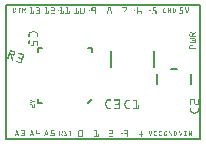
<source format=gto>
G04 MADE WITH FRITZING*
G04 WWW.FRITZING.ORG*
G04 DOUBLE SIDED*
G04 HOLES PLATED*
G04 CONTOUR ON CENTER OF CONTOUR VECTOR*
%ASAXBY*%
%FSLAX23Y23*%
%MOIN*%
%OFA0B0*%
%SFA1.0B1.0*%
%ADD10R,0.655324X0.456693X0.639324X0.440693*%
%ADD11C,0.008000*%
%ADD12C,0.005785*%
%ADD13R,0.001000X0.001000*%
%LNSILK1*%
G90*
G70*
G54D11*
X4Y453D02*
X651Y453D01*
X651Y4D01*
X4Y4D01*
X4Y453D01*
D02*
X620Y223D02*
X620Y189D01*
D02*
X508Y189D02*
X508Y223D01*
D02*
X554Y238D02*
X575Y238D01*
D02*
X355Y246D02*
X355Y297D01*
D02*
X496Y297D02*
X496Y246D01*
G54D12*
D02*
X122Y308D02*
X109Y308D01*
D02*
X109Y295D02*
X109Y308D01*
D02*
X278Y308D02*
X291Y308D01*
D02*
X291Y308D02*
X291Y295D01*
D02*
X109Y138D02*
X109Y125D01*
D02*
X109Y125D02*
X122Y125D01*
D02*
X278Y125D02*
X291Y138D01*
G54D13*
X391Y445D02*
X404Y445D01*
X85Y444D02*
X90Y444D01*
X105Y444D02*
X113Y444D01*
X134Y444D02*
X139Y444D01*
X154Y444D02*
X162Y444D01*
X184Y444D02*
X189Y444D01*
X203Y444D02*
X209Y444D01*
X290Y444D02*
X304Y444D01*
X344Y444D02*
X352Y444D01*
X390Y444D02*
X405Y444D01*
X441Y444D02*
X444Y444D01*
X493Y444D02*
X504Y444D01*
X584Y444D02*
X593Y444D01*
X602Y444D02*
X602Y444D01*
X612Y444D02*
X613Y444D01*
X28Y443D02*
X32Y443D01*
X43Y443D02*
X53Y443D01*
X59Y443D02*
X67Y443D01*
X84Y443D02*
X91Y443D01*
X103Y443D02*
X115Y443D01*
X133Y443D02*
X140Y443D01*
X153Y443D02*
X165Y443D01*
X183Y443D02*
X190Y443D01*
X202Y443D02*
X210Y443D01*
X232Y443D02*
X239Y443D01*
X253Y443D02*
X263Y443D01*
X289Y443D02*
X304Y443D01*
X344Y443D02*
X352Y443D01*
X390Y443D02*
X405Y443D01*
X441Y443D02*
X444Y443D01*
X493Y443D02*
X505Y443D01*
X584Y443D02*
X594Y443D01*
X601Y443D02*
X603Y443D01*
X612Y443D02*
X614Y443D01*
X27Y442D02*
X34Y442D01*
X43Y442D02*
X53Y442D01*
X59Y442D02*
X69Y442D01*
X84Y442D02*
X91Y442D01*
X104Y442D02*
X116Y442D01*
X133Y442D02*
X140Y442D01*
X153Y442D02*
X165Y442D01*
X183Y442D02*
X190Y442D01*
X203Y442D02*
X210Y442D01*
X232Y442D02*
X239Y442D01*
X252Y442D02*
X264Y442D01*
X289Y442D02*
X304Y442D01*
X344Y442D02*
X352Y442D01*
X390Y442D02*
X405Y442D01*
X441Y442D02*
X444Y442D01*
X493Y442D02*
X504Y442D01*
X532Y442D02*
X537Y442D01*
X544Y442D02*
X546Y442D01*
X553Y442D02*
X554Y442D01*
X560Y442D02*
X566Y442D01*
X584Y442D02*
X593Y442D01*
X601Y442D02*
X603Y442D01*
X612Y442D02*
X614Y442D01*
X28Y441D02*
X34Y441D01*
X43Y441D02*
X53Y441D01*
X59Y441D02*
X69Y441D01*
X89Y441D02*
X91Y441D01*
X114Y441D02*
X116Y441D01*
X138Y441D02*
X140Y441D01*
X163Y441D02*
X165Y441D01*
X188Y441D02*
X190Y441D01*
X208Y441D02*
X210Y441D01*
X233Y441D02*
X239Y441D01*
X252Y441D02*
X265Y441D01*
X289Y441D02*
X292Y441D01*
X302Y441D02*
X304Y441D01*
X344Y441D02*
X346Y441D01*
X350Y441D02*
X352Y441D01*
X391Y441D02*
X392Y441D01*
X403Y441D02*
X405Y441D01*
X441Y441D02*
X443Y441D01*
X493Y441D02*
X495Y441D01*
X531Y441D02*
X537Y441D01*
X544Y441D02*
X546Y441D01*
X552Y441D02*
X554Y441D01*
X560Y441D02*
X567Y441D01*
X584Y441D02*
X586Y441D01*
X601Y441D02*
X603Y441D01*
X612Y441D02*
X614Y441D01*
X29Y440D02*
X30Y440D01*
X33Y440D02*
X35Y440D01*
X43Y440D02*
X44Y440D01*
X48Y440D02*
X49Y440D01*
X52Y440D02*
X53Y440D01*
X59Y440D02*
X61Y440D01*
X68Y440D02*
X69Y440D01*
X89Y440D02*
X91Y440D01*
X114Y440D02*
X116Y440D01*
X138Y440D02*
X140Y440D01*
X164Y440D02*
X165Y440D01*
X188Y440D02*
X190Y440D01*
X208Y440D02*
X210Y440D01*
X237Y440D02*
X239Y440D01*
X252Y440D02*
X254Y440D01*
X263Y440D02*
X265Y440D01*
X289Y440D02*
X292Y440D01*
X302Y440D02*
X304Y440D01*
X344Y440D02*
X346Y440D01*
X350Y440D02*
X352Y440D01*
X403Y440D02*
X405Y440D01*
X441Y440D02*
X443Y440D01*
X493Y440D02*
X495Y440D01*
X530Y440D02*
X532Y440D01*
X544Y440D02*
X547Y440D01*
X552Y440D02*
X554Y440D01*
X562Y440D02*
X563Y440D01*
X566Y440D02*
X567Y440D01*
X584Y440D02*
X586Y440D01*
X601Y440D02*
X603Y440D01*
X612Y440D02*
X614Y440D01*
X29Y439D02*
X30Y439D01*
X34Y439D02*
X35Y439D01*
X48Y439D02*
X49Y439D01*
X59Y439D02*
X61Y439D01*
X68Y439D02*
X69Y439D01*
X89Y439D02*
X91Y439D01*
X114Y439D02*
X116Y439D01*
X138Y439D02*
X140Y439D01*
X164Y439D02*
X165Y439D01*
X188Y439D02*
X190Y439D01*
X208Y439D02*
X210Y439D01*
X237Y439D02*
X239Y439D01*
X252Y439D02*
X254Y439D01*
X263Y439D02*
X265Y439D01*
X289Y439D02*
X292Y439D01*
X302Y439D02*
X304Y439D01*
X344Y439D02*
X346Y439D01*
X350Y439D02*
X352Y439D01*
X403Y439D02*
X405Y439D01*
X441Y439D02*
X443Y439D01*
X493Y439D02*
X495Y439D01*
X530Y439D02*
X531Y439D01*
X544Y439D02*
X547Y439D01*
X552Y439D02*
X554Y439D01*
X562Y439D02*
X563Y439D01*
X566Y439D02*
X568Y439D01*
X584Y439D02*
X586Y439D01*
X601Y439D02*
X603Y439D01*
X612Y439D02*
X614Y439D01*
X29Y438D02*
X30Y438D01*
X34Y438D02*
X36Y438D01*
X48Y438D02*
X49Y438D01*
X59Y438D02*
X61Y438D01*
X68Y438D02*
X69Y438D01*
X89Y438D02*
X91Y438D01*
X114Y438D02*
X116Y438D01*
X138Y438D02*
X140Y438D01*
X164Y438D02*
X165Y438D01*
X188Y438D02*
X190Y438D01*
X208Y438D02*
X210Y438D01*
X237Y438D02*
X239Y438D01*
X252Y438D02*
X254Y438D01*
X263Y438D02*
X265Y438D01*
X289Y438D02*
X292Y438D01*
X302Y438D02*
X304Y438D01*
X344Y438D02*
X346Y438D01*
X350Y438D02*
X352Y438D01*
X403Y438D02*
X405Y438D01*
X441Y438D02*
X443Y438D01*
X493Y438D02*
X495Y438D01*
X529Y438D02*
X531Y438D01*
X544Y438D02*
X548Y438D01*
X552Y438D02*
X554Y438D01*
X562Y438D02*
X563Y438D01*
X567Y438D02*
X568Y438D01*
X584Y438D02*
X586Y438D01*
X601Y438D02*
X603Y438D01*
X612Y438D02*
X614Y438D01*
X29Y437D02*
X30Y437D01*
X35Y437D02*
X36Y437D01*
X48Y437D02*
X49Y437D01*
X59Y437D02*
X69Y437D01*
X89Y437D02*
X91Y437D01*
X114Y437D02*
X116Y437D01*
X138Y437D02*
X140Y437D01*
X164Y437D02*
X165Y437D01*
X188Y437D02*
X190Y437D01*
X208Y437D02*
X210Y437D01*
X237Y437D02*
X239Y437D01*
X252Y437D02*
X254Y437D01*
X263Y437D02*
X265Y437D01*
X289Y437D02*
X292Y437D01*
X302Y437D02*
X304Y437D01*
X344Y437D02*
X346Y437D01*
X350Y437D02*
X352Y437D01*
X403Y437D02*
X405Y437D01*
X441Y437D02*
X443Y437D01*
X493Y437D02*
X495Y437D01*
X528Y437D02*
X530Y437D01*
X544Y437D02*
X545Y437D01*
X547Y437D02*
X548Y437D01*
X552Y437D02*
X554Y437D01*
X562Y437D02*
X563Y437D01*
X567Y437D02*
X569Y437D01*
X584Y437D02*
X586Y437D01*
X601Y437D02*
X603Y437D01*
X611Y437D02*
X613Y437D01*
X29Y436D02*
X30Y436D01*
X35Y436D02*
X37Y436D01*
X48Y436D02*
X49Y436D01*
X59Y436D02*
X68Y436D01*
X89Y436D02*
X91Y436D01*
X114Y436D02*
X116Y436D01*
X138Y436D02*
X140Y436D01*
X164Y436D02*
X165Y436D01*
X188Y436D02*
X190Y436D01*
X208Y436D02*
X210Y436D01*
X237Y436D02*
X239Y436D01*
X252Y436D02*
X254Y436D01*
X263Y436D02*
X265Y436D01*
X289Y436D02*
X304Y436D01*
X344Y436D02*
X346Y436D01*
X350Y436D02*
X352Y436D01*
X402Y436D02*
X405Y436D01*
X441Y436D02*
X443Y436D01*
X493Y436D02*
X495Y436D01*
X528Y436D02*
X529Y436D01*
X544Y436D02*
X545Y436D01*
X547Y436D02*
X548Y436D01*
X552Y436D02*
X554Y436D01*
X562Y436D02*
X563Y436D01*
X568Y436D02*
X569Y436D01*
X584Y436D02*
X586Y436D01*
X602Y436D02*
X604Y436D01*
X611Y436D02*
X613Y436D01*
X29Y435D02*
X30Y435D01*
X36Y435D02*
X37Y435D01*
X48Y435D02*
X49Y435D01*
X59Y435D02*
X61Y435D01*
X63Y435D02*
X65Y435D01*
X89Y435D02*
X91Y435D01*
X113Y435D02*
X116Y435D01*
X138Y435D02*
X140Y435D01*
X163Y435D02*
X165Y435D01*
X188Y435D02*
X190Y435D01*
X208Y435D02*
X210Y435D01*
X237Y435D02*
X239Y435D01*
X252Y435D02*
X254Y435D01*
X263Y435D02*
X265Y435D01*
X289Y435D02*
X304Y435D01*
X344Y435D02*
X346Y435D01*
X350Y435D02*
X352Y435D01*
X401Y435D02*
X405Y435D01*
X441Y435D02*
X443Y435D01*
X493Y435D02*
X495Y435D01*
X527Y435D02*
X529Y435D01*
X544Y435D02*
X545Y435D01*
X547Y435D02*
X549Y435D01*
X552Y435D02*
X554Y435D01*
X562Y435D02*
X563Y435D01*
X568Y435D02*
X570Y435D01*
X584Y435D02*
X592Y435D01*
X602Y435D02*
X604Y435D01*
X610Y435D02*
X612Y435D01*
X29Y434D02*
X30Y434D01*
X36Y434D02*
X37Y434D01*
X48Y434D02*
X49Y434D01*
X59Y434D02*
X61Y434D01*
X64Y434D02*
X65Y434D01*
X89Y434D02*
X91Y434D01*
X106Y434D02*
X115Y434D01*
X138Y434D02*
X140Y434D01*
X154Y434D02*
X165Y434D01*
X176Y434D02*
X180Y434D01*
X185Y434D02*
X185Y434D01*
X188Y434D02*
X190Y434D01*
X208Y434D02*
X210Y434D01*
X237Y434D02*
X239Y434D01*
X252Y434D02*
X254Y434D01*
X263Y434D02*
X265Y434D01*
X280Y434D02*
X284Y434D01*
X289Y434D02*
X304Y434D01*
X344Y434D02*
X346Y434D01*
X350Y434D02*
X352Y434D01*
X400Y434D02*
X404Y434D01*
X431Y434D02*
X434Y434D01*
X440Y434D02*
X443Y434D01*
X482Y434D02*
X485Y434D01*
X493Y434D02*
X502Y434D01*
X527Y434D02*
X529Y434D01*
X544Y434D02*
X545Y434D01*
X548Y434D02*
X549Y434D01*
X552Y434D02*
X554Y434D01*
X562Y434D02*
X563Y434D01*
X569Y434D02*
X570Y434D01*
X584Y434D02*
X593Y434D01*
X603Y434D02*
X605Y434D01*
X610Y434D02*
X612Y434D01*
X29Y433D02*
X30Y433D01*
X35Y433D02*
X37Y433D01*
X48Y433D02*
X49Y433D01*
X59Y433D02*
X61Y433D01*
X64Y433D02*
X66Y433D01*
X89Y433D02*
X91Y433D01*
X106Y433D02*
X115Y433D01*
X138Y433D02*
X140Y433D01*
X153Y433D02*
X165Y433D01*
X175Y433D02*
X185Y433D01*
X188Y433D02*
X190Y433D01*
X208Y433D02*
X210Y433D01*
X226Y433D02*
X231Y433D01*
X235Y433D02*
X239Y433D01*
X252Y433D02*
X254Y433D01*
X263Y433D02*
X265Y433D01*
X279Y433D02*
X289Y433D01*
X302Y433D02*
X304Y433D01*
X342Y433D02*
X354Y433D01*
X399Y433D02*
X403Y433D01*
X430Y433D02*
X443Y433D01*
X481Y433D02*
X491Y433D01*
X493Y433D02*
X504Y433D01*
X527Y433D02*
X529Y433D01*
X534Y433D02*
X537Y433D01*
X544Y433D02*
X545Y433D01*
X548Y433D02*
X550Y433D01*
X552Y433D02*
X554Y433D01*
X562Y433D02*
X563Y433D01*
X568Y433D02*
X570Y433D01*
X584Y433D02*
X594Y433D01*
X603Y433D02*
X605Y433D01*
X610Y433D02*
X612Y433D01*
X29Y432D02*
X30Y432D01*
X35Y432D02*
X36Y432D01*
X48Y432D02*
X49Y432D01*
X59Y432D02*
X61Y432D01*
X65Y432D02*
X67Y432D01*
X89Y432D02*
X91Y432D01*
X95Y432D02*
X95Y432D01*
X107Y432D02*
X116Y432D01*
X138Y432D02*
X140Y432D01*
X144Y432D02*
X145Y432D01*
X153Y432D02*
X163Y432D01*
X175Y432D02*
X175Y432D01*
X180Y432D02*
X185Y432D01*
X188Y432D02*
X190Y432D01*
X194Y432D02*
X195Y432D01*
X208Y432D02*
X210Y432D01*
X214Y432D02*
X215Y432D01*
X225Y432D02*
X235Y432D01*
X237Y432D02*
X239Y432D01*
X252Y432D02*
X254Y432D01*
X263Y432D02*
X265Y432D01*
X279Y432D02*
X279Y432D01*
X284Y432D02*
X288Y432D01*
X302Y432D02*
X304Y432D01*
X341Y432D02*
X355Y432D01*
X398Y432D02*
X402Y432D01*
X430Y432D02*
X430Y432D01*
X434Y432D02*
X443Y432D01*
X480Y432D02*
X481Y432D01*
X485Y432D02*
X490Y432D01*
X493Y432D02*
X504Y432D01*
X527Y432D02*
X529Y432D01*
X533Y432D02*
X538Y432D01*
X544Y432D02*
X545Y432D01*
X549Y432D02*
X550Y432D01*
X552Y432D02*
X554Y432D01*
X562Y432D02*
X563Y432D01*
X568Y432D02*
X569Y432D01*
X592Y432D02*
X594Y432D01*
X603Y432D02*
X605Y432D01*
X609Y432D02*
X611Y432D01*
X29Y431D02*
X30Y431D01*
X34Y431D02*
X36Y431D01*
X48Y431D02*
X49Y431D01*
X59Y431D02*
X61Y431D01*
X66Y431D02*
X67Y431D01*
X89Y431D02*
X91Y431D01*
X94Y431D02*
X96Y431D01*
X114Y431D02*
X116Y431D01*
X138Y431D02*
X140Y431D01*
X144Y431D02*
X145Y431D01*
X153Y431D02*
X154Y431D01*
X188Y431D02*
X190Y431D01*
X193Y431D02*
X195Y431D01*
X208Y431D02*
X210Y431D01*
X213Y431D02*
X215Y431D01*
X225Y431D02*
X225Y431D01*
X231Y431D02*
X235Y431D01*
X237Y431D02*
X239Y431D01*
X243Y431D02*
X245Y431D01*
X252Y431D02*
X254Y431D01*
X263Y431D02*
X265Y431D01*
X302Y431D02*
X304Y431D01*
X341Y431D02*
X355Y431D01*
X397Y431D02*
X400Y431D01*
X437Y431D02*
X438Y431D01*
X441Y431D02*
X455Y431D01*
X488Y431D02*
X488Y431D01*
X494Y431D02*
X505Y431D01*
X527Y431D02*
X529Y431D01*
X534Y431D02*
X538Y431D01*
X544Y431D02*
X545Y431D01*
X549Y431D02*
X554Y431D01*
X562Y431D02*
X563Y431D01*
X567Y431D02*
X569Y431D01*
X592Y431D02*
X594Y431D01*
X604Y431D02*
X606Y431D01*
X609Y431D02*
X611Y431D01*
X29Y430D02*
X30Y430D01*
X34Y430D02*
X35Y430D01*
X48Y430D02*
X49Y430D01*
X59Y430D02*
X61Y430D01*
X66Y430D02*
X68Y430D01*
X89Y430D02*
X91Y430D01*
X94Y430D02*
X96Y430D01*
X114Y430D02*
X116Y430D01*
X138Y430D02*
X140Y430D01*
X144Y430D02*
X145Y430D01*
X153Y430D02*
X154Y430D01*
X188Y430D02*
X190Y430D01*
X193Y430D02*
X195Y430D01*
X208Y430D02*
X210Y430D01*
X213Y430D02*
X215Y430D01*
X237Y430D02*
X239Y430D01*
X243Y430D02*
X245Y430D01*
X252Y430D02*
X254Y430D01*
X263Y430D02*
X265Y430D01*
X302Y430D02*
X304Y430D01*
X341Y430D02*
X343Y430D01*
X353Y430D02*
X355Y430D01*
X396Y430D02*
X399Y430D01*
X441Y430D02*
X455Y430D01*
X502Y430D02*
X505Y430D01*
X527Y430D02*
X529Y430D01*
X536Y430D02*
X538Y430D01*
X544Y430D02*
X545Y430D01*
X550Y430D02*
X554Y430D01*
X562Y430D02*
X563Y430D01*
X567Y430D02*
X569Y430D01*
X592Y430D02*
X594Y430D01*
X604Y430D02*
X606Y430D01*
X609Y430D02*
X611Y430D01*
X29Y429D02*
X30Y429D01*
X33Y429D02*
X35Y429D01*
X48Y429D02*
X49Y429D01*
X59Y429D02*
X61Y429D01*
X67Y429D02*
X68Y429D01*
X89Y429D02*
X91Y429D01*
X94Y429D02*
X96Y429D01*
X114Y429D02*
X116Y429D01*
X138Y429D02*
X140Y429D01*
X144Y429D02*
X145Y429D01*
X153Y429D02*
X154Y429D01*
X188Y429D02*
X190Y429D01*
X193Y429D02*
X195Y429D01*
X208Y429D02*
X210Y429D01*
X213Y429D02*
X215Y429D01*
X237Y429D02*
X239Y429D01*
X243Y429D02*
X245Y429D01*
X252Y429D02*
X254Y429D01*
X263Y429D02*
X265Y429D01*
X302Y429D02*
X304Y429D01*
X341Y429D02*
X343Y429D01*
X353Y429D02*
X355Y429D01*
X396Y429D02*
X398Y429D01*
X441Y429D02*
X455Y429D01*
X502Y429D02*
X505Y429D01*
X527Y429D02*
X529Y429D01*
X536Y429D02*
X538Y429D01*
X544Y429D02*
X545Y429D01*
X550Y429D02*
X554Y429D01*
X562Y429D02*
X563Y429D01*
X566Y429D02*
X568Y429D01*
X592Y429D02*
X594Y429D01*
X605Y429D02*
X610Y429D01*
X29Y428D02*
X34Y428D01*
X48Y428D02*
X49Y428D01*
X59Y428D02*
X61Y428D01*
X67Y428D02*
X69Y428D01*
X89Y428D02*
X91Y428D01*
X94Y428D02*
X96Y428D01*
X114Y428D02*
X116Y428D01*
X138Y428D02*
X140Y428D01*
X144Y428D02*
X145Y428D01*
X153Y428D02*
X154Y428D01*
X188Y428D02*
X190Y428D01*
X193Y428D02*
X195Y428D01*
X208Y428D02*
X210Y428D01*
X213Y428D02*
X215Y428D01*
X237Y428D02*
X239Y428D01*
X243Y428D02*
X245Y428D01*
X252Y428D02*
X254Y428D01*
X263Y428D02*
X265Y428D01*
X302Y428D02*
X304Y428D01*
X341Y428D02*
X343Y428D01*
X353Y428D02*
X355Y428D01*
X396Y428D02*
X398Y428D01*
X441Y428D02*
X443Y428D01*
X453Y428D02*
X455Y428D01*
X502Y428D02*
X505Y428D01*
X527Y428D02*
X529Y428D01*
X536Y428D02*
X537Y428D01*
X544Y428D02*
X545Y428D01*
X550Y428D02*
X554Y428D01*
X562Y428D02*
X563Y428D01*
X566Y428D02*
X568Y428D01*
X592Y428D02*
X594Y428D01*
X605Y428D02*
X610Y428D01*
X27Y427D02*
X34Y427D01*
X48Y427D02*
X49Y427D01*
X59Y427D02*
X60Y427D01*
X68Y427D02*
X69Y427D01*
X89Y427D02*
X91Y427D01*
X94Y427D02*
X96Y427D01*
X114Y427D02*
X116Y427D01*
X138Y427D02*
X140Y427D01*
X144Y427D02*
X145Y427D01*
X153Y427D02*
X154Y427D01*
X188Y427D02*
X190Y427D01*
X193Y427D02*
X195Y427D01*
X208Y427D02*
X210Y427D01*
X213Y427D02*
X215Y427D01*
X237Y427D02*
X239Y427D01*
X243Y427D02*
X245Y427D01*
X252Y427D02*
X254Y427D01*
X263Y427D02*
X265Y427D01*
X302Y427D02*
X304Y427D01*
X341Y427D02*
X343Y427D01*
X353Y427D02*
X355Y427D01*
X396Y427D02*
X398Y427D01*
X441Y427D02*
X443Y427D01*
X453Y427D02*
X455Y427D01*
X502Y427D02*
X505Y427D01*
X528Y427D02*
X537Y427D01*
X544Y427D02*
X545Y427D01*
X551Y427D02*
X554Y427D01*
X560Y427D02*
X567Y427D01*
X592Y427D02*
X594Y427D01*
X605Y427D02*
X609Y427D01*
X27Y426D02*
X33Y426D01*
X48Y426D02*
X48Y426D01*
X60Y426D02*
X60Y426D01*
X69Y426D02*
X69Y426D01*
X89Y426D02*
X91Y426D01*
X94Y426D02*
X96Y426D01*
X114Y426D02*
X116Y426D01*
X138Y426D02*
X140Y426D01*
X144Y426D02*
X145Y426D01*
X153Y426D02*
X154Y426D01*
X188Y426D02*
X190Y426D01*
X193Y426D02*
X195Y426D01*
X208Y426D02*
X210Y426D01*
X213Y426D02*
X215Y426D01*
X237Y426D02*
X239Y426D01*
X243Y426D02*
X245Y426D01*
X252Y426D02*
X254Y426D01*
X263Y426D02*
X265Y426D01*
X302Y426D02*
X304Y426D01*
X341Y426D02*
X343Y426D01*
X353Y426D02*
X355Y426D01*
X396Y426D02*
X398Y426D01*
X441Y426D02*
X443Y426D01*
X453Y426D02*
X455Y426D01*
X502Y426D02*
X505Y426D01*
X529Y426D02*
X536Y426D01*
X544Y426D02*
X545Y426D01*
X551Y426D02*
X554Y426D01*
X560Y426D02*
X566Y426D01*
X581Y426D02*
X584Y426D01*
X592Y426D02*
X594Y426D01*
X606Y426D02*
X609Y426D01*
X84Y425D02*
X96Y425D01*
X104Y425D02*
X116Y425D01*
X133Y425D02*
X145Y425D01*
X153Y425D02*
X165Y425D01*
X183Y425D02*
X195Y425D01*
X203Y425D02*
X215Y425D01*
X233Y425D02*
X245Y425D01*
X252Y425D02*
X265Y425D01*
X302Y425D02*
X304Y425D01*
X341Y425D02*
X343Y425D01*
X353Y425D02*
X355Y425D01*
X396Y425D02*
X398Y425D01*
X441Y425D02*
X443Y425D01*
X453Y425D02*
X455Y425D01*
X502Y425D02*
X505Y425D01*
X581Y425D02*
X594Y425D01*
X606Y425D02*
X609Y425D01*
X83Y424D02*
X96Y424D01*
X103Y424D02*
X115Y424D01*
X133Y424D02*
X145Y424D01*
X153Y424D02*
X165Y424D01*
X183Y424D02*
X195Y424D01*
X202Y424D02*
X215Y424D01*
X232Y424D02*
X245Y424D01*
X252Y424D02*
X264Y424D01*
X302Y424D02*
X304Y424D01*
X341Y424D02*
X343Y424D01*
X353Y424D02*
X355Y424D01*
X396Y424D02*
X398Y424D01*
X441Y424D02*
X443Y424D01*
X453Y424D02*
X455Y424D01*
X490Y424D02*
X493Y424D01*
X502Y424D02*
X505Y424D01*
X582Y424D02*
X593Y424D01*
X606Y424D02*
X608Y424D01*
X84Y423D02*
X95Y423D01*
X104Y423D02*
X114Y423D01*
X133Y423D02*
X145Y423D01*
X153Y423D02*
X165Y423D01*
X183Y423D02*
X195Y423D01*
X203Y423D02*
X214Y423D01*
X232Y423D02*
X244Y423D01*
X253Y423D02*
X264Y423D01*
X301Y423D02*
X304Y423D01*
X341Y423D02*
X355Y423D01*
X396Y423D02*
X398Y423D01*
X441Y423D02*
X455Y423D01*
X490Y423D02*
X505Y423D01*
X586Y423D02*
X591Y423D01*
X300Y422D02*
X304Y422D01*
X341Y422D02*
X355Y422D01*
X396Y422D02*
X398Y422D01*
X441Y422D02*
X455Y422D01*
X491Y422D02*
X504Y422D01*
X301Y421D02*
X304Y421D01*
X342Y421D02*
X354Y421D01*
X397Y421D02*
X398Y421D01*
X441Y421D02*
X455Y421D01*
X492Y421D02*
X503Y421D01*
X92Y365D02*
X98Y365D01*
X90Y364D02*
X100Y364D01*
X88Y363D02*
X102Y363D01*
X86Y362D02*
X104Y362D01*
X84Y361D02*
X92Y361D01*
X98Y361D02*
X106Y361D01*
X620Y361D02*
X621Y361D01*
X82Y360D02*
X90Y360D01*
X100Y360D02*
X108Y360D01*
X617Y360D02*
X623Y360D01*
X634Y360D02*
X637Y360D01*
X81Y359D02*
X88Y359D01*
X102Y359D02*
X109Y359D01*
X616Y359D02*
X624Y359D01*
X633Y359D02*
X637Y359D01*
X80Y358D02*
X86Y358D01*
X104Y358D02*
X110Y358D01*
X616Y358D02*
X619Y358D01*
X622Y358D02*
X624Y358D01*
X631Y358D02*
X636Y358D01*
X80Y357D02*
X84Y357D01*
X106Y357D02*
X110Y357D01*
X616Y357D02*
X618Y357D01*
X623Y357D02*
X625Y357D01*
X629Y357D02*
X634Y357D01*
X79Y356D02*
X83Y356D01*
X107Y356D02*
X111Y356D01*
X615Y356D02*
X617Y356D01*
X623Y356D02*
X625Y356D01*
X627Y356D02*
X632Y356D01*
X79Y355D02*
X82Y355D01*
X107Y355D02*
X111Y355D01*
X615Y355D02*
X617Y355D01*
X623Y355D02*
X631Y355D01*
X79Y354D02*
X82Y354D01*
X107Y354D02*
X111Y354D01*
X615Y354D02*
X617Y354D01*
X623Y354D02*
X629Y354D01*
X79Y353D02*
X82Y353D01*
X107Y353D02*
X111Y353D01*
X615Y353D02*
X617Y353D01*
X623Y353D02*
X627Y353D01*
X79Y352D02*
X82Y352D01*
X107Y352D02*
X111Y352D01*
X615Y352D02*
X617Y352D01*
X623Y352D02*
X625Y352D01*
X79Y351D02*
X82Y351D01*
X107Y351D02*
X111Y351D01*
X615Y351D02*
X617Y351D01*
X623Y351D02*
X625Y351D01*
X79Y350D02*
X82Y350D01*
X107Y350D02*
X111Y350D01*
X615Y350D02*
X617Y350D01*
X623Y350D02*
X625Y350D01*
X79Y349D02*
X82Y349D01*
X107Y349D02*
X111Y349D01*
X615Y349D02*
X637Y349D01*
X79Y348D02*
X82Y348D01*
X107Y348D02*
X111Y348D01*
X615Y348D02*
X637Y348D01*
X79Y347D02*
X82Y347D01*
X108Y347D02*
X111Y347D01*
X616Y347D02*
X636Y347D01*
X80Y346D02*
X82Y346D01*
X108Y346D02*
X110Y346D01*
X616Y340D02*
X634Y340D01*
X616Y339D02*
X636Y339D01*
X616Y338D02*
X637Y338D01*
X634Y337D02*
X637Y337D01*
X635Y336D02*
X637Y336D01*
X81Y335D02*
X84Y335D01*
X635Y335D02*
X637Y335D01*
X81Y334D02*
X84Y334D01*
X623Y334D02*
X637Y334D01*
X80Y333D02*
X84Y333D01*
X623Y333D02*
X636Y333D01*
X80Y332D02*
X84Y332D01*
X623Y332D02*
X637Y332D01*
X80Y331D02*
X83Y331D01*
X93Y331D02*
X111Y331D01*
X635Y331D02*
X637Y331D01*
X79Y330D02*
X83Y330D01*
X93Y330D02*
X111Y330D01*
X635Y330D02*
X637Y330D01*
X79Y329D02*
X82Y329D01*
X93Y329D02*
X111Y329D01*
X634Y329D02*
X637Y329D01*
X79Y328D02*
X82Y328D01*
X93Y328D02*
X111Y328D01*
X616Y328D02*
X637Y328D01*
X79Y327D02*
X82Y327D01*
X93Y327D02*
X97Y327D01*
X107Y327D02*
X111Y327D01*
X616Y327D02*
X635Y327D01*
X79Y326D02*
X82Y326D01*
X93Y326D02*
X97Y326D01*
X107Y326D02*
X111Y326D01*
X617Y326D02*
X634Y326D01*
X79Y325D02*
X82Y325D01*
X93Y325D02*
X97Y325D01*
X107Y325D02*
X111Y325D01*
X79Y324D02*
X82Y324D01*
X93Y324D02*
X97Y324D01*
X107Y324D02*
X111Y324D01*
X93Y323D02*
X97Y323D01*
X107Y323D02*
X111Y323D01*
X93Y322D02*
X97Y322D01*
X107Y322D02*
X111Y322D01*
X93Y321D02*
X97Y321D01*
X107Y321D02*
X111Y321D01*
X93Y320D02*
X97Y320D01*
X107Y320D02*
X111Y320D01*
X88Y319D02*
X96Y319D01*
X107Y319D02*
X111Y319D01*
X618Y319D02*
X626Y319D01*
X88Y318D02*
X96Y318D01*
X107Y318D02*
X111Y318D01*
X617Y318D02*
X627Y318D01*
X88Y317D02*
X96Y317D01*
X108Y317D02*
X111Y317D01*
X616Y317D02*
X628Y317D01*
X88Y316D02*
X95Y316D01*
X108Y316D02*
X110Y316D01*
X616Y316D02*
X618Y316D01*
X626Y316D02*
X628Y316D01*
X615Y315D02*
X617Y315D01*
X626Y315D02*
X628Y315D01*
X615Y314D02*
X617Y314D01*
X626Y314D02*
X628Y314D01*
X615Y313D02*
X617Y313D01*
X626Y313D02*
X628Y313D01*
X615Y312D02*
X617Y312D01*
X626Y312D02*
X628Y312D01*
X615Y311D02*
X617Y311D01*
X626Y311D02*
X628Y311D01*
X615Y310D02*
X617Y310D01*
X626Y310D02*
X628Y310D01*
X615Y309D02*
X617Y309D01*
X626Y309D02*
X628Y309D01*
X615Y308D02*
X618Y308D01*
X626Y308D02*
X629Y308D01*
X615Y307D02*
X637Y307D01*
X615Y306D02*
X637Y306D01*
X17Y302D02*
X18Y302D01*
X17Y301D02*
X21Y301D01*
X17Y300D02*
X24Y300D01*
X16Y299D02*
X27Y299D01*
X16Y298D02*
X30Y298D01*
X16Y297D02*
X32Y297D01*
X15Y296D02*
X19Y296D01*
X24Y296D02*
X33Y296D01*
X15Y295D02*
X18Y295D01*
X27Y295D02*
X34Y295D01*
X15Y294D02*
X18Y294D01*
X30Y294D02*
X34Y294D01*
X14Y293D02*
X18Y293D01*
X31Y293D02*
X34Y293D01*
X14Y292D02*
X17Y292D01*
X31Y292D02*
X35Y292D01*
X46Y292D02*
X49Y292D01*
X14Y291D02*
X18Y291D01*
X31Y291D02*
X34Y291D01*
X45Y291D02*
X52Y291D01*
X13Y290D02*
X20Y290D01*
X31Y290D02*
X34Y290D01*
X45Y290D02*
X55Y290D01*
X13Y289D02*
X23Y289D01*
X30Y289D02*
X34Y289D01*
X46Y289D02*
X58Y289D01*
X13Y288D02*
X27Y288D01*
X29Y288D02*
X34Y288D01*
X48Y288D02*
X61Y288D01*
X12Y287D02*
X33Y287D01*
X51Y287D02*
X62Y287D01*
X12Y286D02*
X16Y286D01*
X20Y286D02*
X32Y286D01*
X54Y286D02*
X63Y286D01*
X12Y285D02*
X15Y285D01*
X20Y285D02*
X31Y285D01*
X57Y285D02*
X63Y285D01*
X11Y284D02*
X15Y284D01*
X20Y284D02*
X23Y284D01*
X26Y284D02*
X29Y284D01*
X60Y284D02*
X64Y284D01*
X11Y283D02*
X15Y283D01*
X20Y283D02*
X24Y283D01*
X60Y283D02*
X63Y283D01*
X11Y282D02*
X14Y282D01*
X21Y282D02*
X24Y282D01*
X60Y282D02*
X63Y282D01*
X10Y281D02*
X14Y281D01*
X21Y281D02*
X24Y281D01*
X59Y281D02*
X63Y281D01*
X10Y280D02*
X14Y280D01*
X21Y280D02*
X24Y280D01*
X59Y280D02*
X63Y280D01*
X10Y279D02*
X13Y279D01*
X21Y279D02*
X25Y279D01*
X59Y279D02*
X62Y279D01*
X9Y278D02*
X13Y278D01*
X21Y278D02*
X25Y278D01*
X58Y278D02*
X62Y278D01*
X9Y277D02*
X13Y277D01*
X22Y277D02*
X25Y277D01*
X45Y277D02*
X49Y277D01*
X58Y277D02*
X62Y277D01*
X9Y276D02*
X12Y276D01*
X22Y276D02*
X25Y276D01*
X45Y276D02*
X52Y276D01*
X58Y276D02*
X61Y276D01*
X8Y275D02*
X12Y275D01*
X22Y275D02*
X25Y275D01*
X45Y275D02*
X61Y275D01*
X8Y274D02*
X12Y274D01*
X22Y274D02*
X26Y274D01*
X46Y274D02*
X60Y274D01*
X8Y273D02*
X11Y273D01*
X22Y273D02*
X26Y273D01*
X49Y273D02*
X60Y273D01*
X8Y272D02*
X11Y272D01*
X23Y272D02*
X26Y272D01*
X52Y272D02*
X58Y272D01*
X9Y271D02*
X10Y271D01*
X23Y271D02*
X26Y271D01*
X54Y271D02*
X58Y271D01*
X23Y270D02*
X26Y270D01*
X55Y270D02*
X59Y270D01*
X23Y269D02*
X27Y269D01*
X55Y269D02*
X59Y269D01*
X24Y268D02*
X27Y268D01*
X55Y268D02*
X59Y268D01*
X24Y267D02*
X27Y267D01*
X55Y267D02*
X58Y267D01*
X25Y266D02*
X26Y266D01*
X54Y266D02*
X58Y266D01*
X37Y265D02*
X40Y265D01*
X54Y265D02*
X58Y265D01*
X37Y264D02*
X43Y264D01*
X54Y264D02*
X57Y264D01*
X37Y263D02*
X46Y263D01*
X54Y263D02*
X57Y263D01*
X37Y262D02*
X49Y262D01*
X53Y262D02*
X57Y262D01*
X40Y261D02*
X56Y261D01*
X43Y260D02*
X56Y260D01*
X46Y259D02*
X55Y259D01*
X49Y258D02*
X55Y258D01*
X618Y139D02*
X632Y139D01*
X645Y139D02*
X648Y139D01*
X344Y138D02*
X352Y138D01*
X365Y138D02*
X380Y138D01*
X617Y138D02*
X633Y138D01*
X645Y138D02*
X648Y138D01*
X341Y137D02*
X353Y137D01*
X364Y137D02*
X382Y137D01*
X617Y137D02*
X634Y137D01*
X645Y137D02*
X648Y137D01*
X83Y136D02*
X85Y136D01*
X340Y136D02*
X353Y136D01*
X364Y136D02*
X383Y136D01*
X405Y136D02*
X417Y136D01*
X428Y136D02*
X439Y136D01*
X617Y136D02*
X634Y136D01*
X645Y136D02*
X648Y136D01*
X83Y135D02*
X88Y135D01*
X339Y135D02*
X353Y135D01*
X364Y135D02*
X383Y135D01*
X404Y135D02*
X417Y135D01*
X428Y135D02*
X439Y135D01*
X617Y135D02*
X620Y135D01*
X631Y135D02*
X634Y135D01*
X645Y135D02*
X648Y135D01*
X84Y134D02*
X91Y134D01*
X339Y134D02*
X352Y134D01*
X365Y134D02*
X383Y134D01*
X403Y134D02*
X417Y134D01*
X428Y134D02*
X439Y134D01*
X617Y134D02*
X620Y134D01*
X631Y134D02*
X634Y134D01*
X645Y134D02*
X648Y134D01*
X87Y133D02*
X95Y133D01*
X338Y133D02*
X342Y133D01*
X380Y133D02*
X383Y133D01*
X403Y133D02*
X416Y133D01*
X429Y133D02*
X439Y133D01*
X617Y133D02*
X620Y133D01*
X631Y133D02*
X634Y133D01*
X645Y133D02*
X648Y133D01*
X87Y132D02*
X88Y132D01*
X91Y132D02*
X98Y132D01*
X338Y132D02*
X341Y132D01*
X380Y132D02*
X383Y132D01*
X402Y132D02*
X406Y132D01*
X436Y132D02*
X439Y132D01*
X617Y132D02*
X620Y132D01*
X631Y132D02*
X634Y132D01*
X645Y132D02*
X648Y132D01*
X87Y131D02*
X88Y131D01*
X94Y131D02*
X99Y131D01*
X337Y131D02*
X341Y131D01*
X380Y131D02*
X383Y131D01*
X402Y131D02*
X405Y131D01*
X436Y131D02*
X439Y131D01*
X617Y131D02*
X620Y131D01*
X631Y131D02*
X634Y131D01*
X645Y131D02*
X648Y131D01*
X87Y130D02*
X88Y130D01*
X92Y130D02*
X99Y130D01*
X337Y130D02*
X340Y130D01*
X380Y130D02*
X383Y130D01*
X401Y130D02*
X405Y130D01*
X436Y130D02*
X439Y130D01*
X617Y130D02*
X620Y130D01*
X631Y130D02*
X634Y130D01*
X645Y130D02*
X648Y130D01*
X87Y129D02*
X96Y129D01*
X336Y129D02*
X340Y129D01*
X380Y129D02*
X383Y129D01*
X401Y129D02*
X404Y129D01*
X436Y129D02*
X439Y129D01*
X617Y129D02*
X620Y129D01*
X631Y129D02*
X634Y129D01*
X645Y129D02*
X648Y129D01*
X85Y128D02*
X93Y128D01*
X336Y128D02*
X339Y128D01*
X380Y128D02*
X383Y128D01*
X400Y128D02*
X404Y128D01*
X436Y128D02*
X439Y128D01*
X617Y128D02*
X620Y128D01*
X631Y128D02*
X634Y128D01*
X645Y128D02*
X648Y128D01*
X83Y127D02*
X89Y127D01*
X335Y127D02*
X339Y127D01*
X380Y127D02*
X383Y127D01*
X400Y127D02*
X403Y127D01*
X436Y127D02*
X439Y127D01*
X617Y127D02*
X620Y127D01*
X631Y127D02*
X634Y127D01*
X645Y127D02*
X648Y127D01*
X83Y126D02*
X86Y126D01*
X335Y126D02*
X338Y126D01*
X380Y126D02*
X383Y126D01*
X399Y126D02*
X403Y126D01*
X436Y126D02*
X439Y126D01*
X617Y126D02*
X620Y126D01*
X631Y126D02*
X634Y126D01*
X645Y126D02*
X648Y126D01*
X334Y125D02*
X338Y125D01*
X380Y125D02*
X383Y125D01*
X399Y125D02*
X402Y125D01*
X436Y125D02*
X439Y125D01*
X617Y125D02*
X620Y125D01*
X631Y125D02*
X634Y125D01*
X645Y125D02*
X648Y125D01*
X334Y124D02*
X337Y124D01*
X378Y124D02*
X383Y124D01*
X398Y124D02*
X402Y124D01*
X436Y124D02*
X439Y124D01*
X617Y124D02*
X620Y124D01*
X631Y124D02*
X634Y124D01*
X645Y124D02*
X648Y124D01*
X334Y123D02*
X337Y123D01*
X368Y123D02*
X383Y123D01*
X398Y123D02*
X401Y123D01*
X436Y123D02*
X439Y123D01*
X617Y123D02*
X620Y123D01*
X631Y123D02*
X648Y123D01*
X334Y122D02*
X337Y122D01*
X368Y122D02*
X382Y122D01*
X398Y122D02*
X401Y122D01*
X436Y122D02*
X439Y122D01*
X617Y122D02*
X620Y122D01*
X631Y122D02*
X648Y122D01*
X334Y121D02*
X337Y121D01*
X368Y121D02*
X382Y121D01*
X398Y121D02*
X401Y121D01*
X436Y121D02*
X439Y121D01*
X617Y121D02*
X620Y121D01*
X632Y121D02*
X648Y121D01*
X83Y120D02*
X90Y120D01*
X99Y120D02*
X99Y120D01*
X334Y120D02*
X337Y120D01*
X369Y120D02*
X383Y120D01*
X398Y120D02*
X401Y120D01*
X436Y120D02*
X439Y120D01*
X617Y120D02*
X619Y120D01*
X633Y120D02*
X648Y120D01*
X83Y119D02*
X91Y119D01*
X98Y119D02*
X99Y119D01*
X334Y119D02*
X338Y119D01*
X380Y119D02*
X383Y119D01*
X398Y119D02*
X401Y119D01*
X436Y119D02*
X439Y119D01*
X445Y119D02*
X446Y119D01*
X83Y118D02*
X92Y118D01*
X98Y118D02*
X99Y118D01*
X335Y118D02*
X338Y118D01*
X380Y118D02*
X383Y118D01*
X398Y118D02*
X401Y118D01*
X436Y118D02*
X439Y118D01*
X444Y118D02*
X447Y118D01*
X83Y117D02*
X84Y117D01*
X90Y117D02*
X92Y117D01*
X98Y117D02*
X99Y117D01*
X335Y117D02*
X339Y117D01*
X380Y117D02*
X383Y117D01*
X398Y117D02*
X402Y117D01*
X436Y117D02*
X439Y117D01*
X444Y117D02*
X447Y117D01*
X83Y116D02*
X84Y116D01*
X90Y116D02*
X92Y116D01*
X98Y116D02*
X99Y116D01*
X335Y116D02*
X339Y116D01*
X380Y116D02*
X383Y116D01*
X399Y116D02*
X402Y116D01*
X436Y116D02*
X439Y116D01*
X444Y116D02*
X447Y116D01*
X83Y115D02*
X84Y115D01*
X90Y115D02*
X92Y115D01*
X98Y115D02*
X99Y115D01*
X336Y115D02*
X340Y115D01*
X380Y115D02*
X383Y115D01*
X399Y115D02*
X403Y115D01*
X436Y115D02*
X439Y115D01*
X444Y115D02*
X447Y115D01*
X83Y114D02*
X84Y114D01*
X90Y114D02*
X92Y114D01*
X98Y114D02*
X99Y114D01*
X337Y114D02*
X340Y114D01*
X380Y114D02*
X383Y114D01*
X400Y114D02*
X403Y114D01*
X436Y114D02*
X439Y114D01*
X444Y114D02*
X447Y114D01*
X83Y113D02*
X84Y113D01*
X90Y113D02*
X92Y113D01*
X98Y113D02*
X99Y113D01*
X337Y113D02*
X341Y113D01*
X380Y113D02*
X383Y113D01*
X400Y113D02*
X404Y113D01*
X436Y113D02*
X439Y113D01*
X444Y113D02*
X447Y113D01*
X83Y112D02*
X84Y112D01*
X90Y112D02*
X92Y112D01*
X98Y112D02*
X99Y112D01*
X338Y112D02*
X341Y112D01*
X380Y112D02*
X383Y112D01*
X401Y112D02*
X404Y112D01*
X436Y112D02*
X439Y112D01*
X444Y112D02*
X447Y112D01*
X83Y111D02*
X84Y111D01*
X91Y111D02*
X99Y111D01*
X338Y111D02*
X342Y111D01*
X380Y111D02*
X383Y111D01*
X401Y111D02*
X405Y111D01*
X436Y111D02*
X439Y111D01*
X444Y111D02*
X447Y111D01*
X83Y110D02*
X84Y110D01*
X91Y110D02*
X99Y110D01*
X339Y110D02*
X343Y110D01*
X380Y110D02*
X383Y110D01*
X402Y110D02*
X406Y110D01*
X436Y110D02*
X439Y110D01*
X444Y110D02*
X447Y110D01*
X339Y109D02*
X353Y109D01*
X364Y109D02*
X383Y109D01*
X402Y109D02*
X406Y109D01*
X436Y109D02*
X439Y109D01*
X444Y109D02*
X447Y109D01*
X617Y109D02*
X619Y109D01*
X645Y109D02*
X648Y109D01*
X340Y108D02*
X353Y108D01*
X364Y108D02*
X383Y108D01*
X403Y108D02*
X417Y108D01*
X428Y108D02*
X447Y108D01*
X617Y108D02*
X620Y108D01*
X645Y108D02*
X648Y108D01*
X341Y107D02*
X353Y107D01*
X364Y107D02*
X382Y107D01*
X403Y107D02*
X417Y107D01*
X428Y107D02*
X447Y107D01*
X617Y107D02*
X620Y107D01*
X645Y107D02*
X648Y107D01*
X343Y106D02*
X352Y106D01*
X365Y106D02*
X381Y106D01*
X404Y106D02*
X417Y106D01*
X428Y106D02*
X447Y106D01*
X617Y106D02*
X620Y106D01*
X645Y106D02*
X648Y106D01*
X406Y105D02*
X416Y105D01*
X428Y105D02*
X446Y105D01*
X617Y105D02*
X620Y105D01*
X645Y105D02*
X648Y105D01*
X617Y104D02*
X620Y104D01*
X645Y104D02*
X648Y104D01*
X617Y103D02*
X620Y103D01*
X645Y103D02*
X648Y103D01*
X617Y102D02*
X620Y102D01*
X645Y102D02*
X648Y102D01*
X617Y101D02*
X620Y101D01*
X645Y101D02*
X648Y101D01*
X617Y100D02*
X620Y100D01*
X645Y100D02*
X648Y100D01*
X617Y99D02*
X620Y99D01*
X645Y99D02*
X648Y99D01*
X617Y98D02*
X621Y98D01*
X643Y98D02*
X648Y98D01*
X617Y97D02*
X623Y97D01*
X641Y97D02*
X647Y97D01*
X618Y96D02*
X625Y96D01*
X639Y96D02*
X646Y96D01*
X619Y95D02*
X627Y95D01*
X637Y95D02*
X645Y95D01*
X621Y94D02*
X629Y94D01*
X635Y94D02*
X644Y94D01*
X623Y93D02*
X642Y93D01*
X625Y92D02*
X640Y92D01*
X627Y91D02*
X638Y91D01*
X629Y90D02*
X636Y90D01*
X39Y35D02*
X41Y35D01*
X53Y35D02*
X65Y35D01*
X90Y35D02*
X91Y35D01*
X105Y35D02*
X106Y35D01*
X138Y35D02*
X139Y35D01*
X155Y35D02*
X164Y35D01*
X246Y35D02*
X259Y35D01*
X298Y35D02*
X306Y35D01*
X347Y35D02*
X360Y35D01*
X397Y35D02*
X408Y35D01*
X447Y35D02*
X447Y35D01*
X39Y34D02*
X41Y34D01*
X53Y34D02*
X66Y34D01*
X89Y34D02*
X91Y34D01*
X104Y34D02*
X106Y34D01*
X137Y34D02*
X139Y34D01*
X155Y34D02*
X164Y34D01*
X246Y34D02*
X260Y34D01*
X297Y34D02*
X306Y34D01*
X346Y34D02*
X360Y34D01*
X396Y34D02*
X409Y34D01*
X446Y34D02*
X448Y34D01*
X38Y33D02*
X41Y33D01*
X64Y33D02*
X66Y33D01*
X89Y33D02*
X92Y33D01*
X104Y33D02*
X106Y33D01*
X113Y33D02*
X114Y33D01*
X137Y33D02*
X140Y33D01*
X155Y33D02*
X157Y33D01*
X245Y33D02*
X260Y33D01*
X297Y33D02*
X306Y33D01*
X347Y33D02*
X361Y33D01*
X396Y33D02*
X410Y33D01*
X446Y33D02*
X448Y33D01*
X38Y32D02*
X41Y32D01*
X64Y32D02*
X66Y32D01*
X89Y32D02*
X92Y32D01*
X104Y32D02*
X106Y32D01*
X113Y32D02*
X114Y32D01*
X137Y32D02*
X140Y32D01*
X155Y32D02*
X156Y32D01*
X182Y32D02*
X190Y32D01*
X199Y32D02*
X207Y32D01*
X214Y32D02*
X224Y32D01*
X245Y32D02*
X247Y32D01*
X258Y32D02*
X260Y32D01*
X303Y32D02*
X306Y32D01*
X359Y32D02*
X361Y32D01*
X397Y32D02*
X410Y32D01*
X446Y32D02*
X448Y32D01*
X456Y32D02*
X457Y32D01*
X502Y32D02*
X506Y32D01*
X518Y32D02*
X522Y32D01*
X537Y32D02*
X540Y32D01*
X547Y32D02*
X548Y32D01*
X564Y32D02*
X568Y32D01*
X599Y32D02*
X606Y32D01*
X614Y32D02*
X615Y32D01*
X38Y31D02*
X42Y31D01*
X64Y31D02*
X66Y31D01*
X88Y31D02*
X92Y31D01*
X104Y31D02*
X106Y31D01*
X113Y31D02*
X114Y31D01*
X136Y31D02*
X140Y31D01*
X155Y31D02*
X156Y31D01*
X182Y31D02*
X191Y31D01*
X199Y31D02*
X208Y31D01*
X214Y31D02*
X224Y31D01*
X245Y31D02*
X247Y31D01*
X258Y31D02*
X260Y31D01*
X303Y31D02*
X306Y31D01*
X359Y31D02*
X361Y31D01*
X408Y31D02*
X410Y31D01*
X446Y31D02*
X448Y31D01*
X455Y31D02*
X457Y31D01*
X481Y31D02*
X482Y31D01*
X489Y31D02*
X491Y31D01*
X500Y31D02*
X507Y31D01*
X516Y31D02*
X523Y31D01*
X535Y31D02*
X541Y31D01*
X547Y31D02*
X549Y31D01*
X556Y31D02*
X557Y31D01*
X563Y31D02*
X569Y31D01*
X581Y31D02*
X583Y31D01*
X590Y31D02*
X591Y31D01*
X598Y31D02*
X607Y31D01*
X614Y31D02*
X616Y31D01*
X622Y31D02*
X623Y31D01*
X38Y30D02*
X42Y30D01*
X64Y30D02*
X66Y30D01*
X88Y30D02*
X93Y30D01*
X104Y30D02*
X106Y30D01*
X113Y30D02*
X114Y30D01*
X136Y30D02*
X141Y30D01*
X155Y30D02*
X156Y30D01*
X182Y30D02*
X184Y30D01*
X190Y30D02*
X192Y30D01*
X198Y30D02*
X200Y30D01*
X207Y30D02*
X208Y30D01*
X214Y30D02*
X216Y30D01*
X218Y30D02*
X220Y30D01*
X223Y30D02*
X224Y30D01*
X245Y30D02*
X247Y30D01*
X258Y30D02*
X260Y30D01*
X303Y30D02*
X306Y30D01*
X359Y30D02*
X361Y30D01*
X408Y30D02*
X410Y30D01*
X446Y30D02*
X448Y30D01*
X455Y30D02*
X457Y30D01*
X481Y30D02*
X482Y30D01*
X489Y30D02*
X491Y30D01*
X499Y30D02*
X506Y30D01*
X515Y30D02*
X522Y30D01*
X534Y30D02*
X540Y30D01*
X547Y30D02*
X550Y30D01*
X556Y30D02*
X557Y30D01*
X564Y30D02*
X570Y30D01*
X581Y30D02*
X583Y30D01*
X590Y30D02*
X591Y30D01*
X598Y30D02*
X607Y30D01*
X614Y30D02*
X616Y30D01*
X622Y30D02*
X624Y30D01*
X37Y29D02*
X42Y29D01*
X64Y29D02*
X66Y29D01*
X88Y29D02*
X93Y29D01*
X104Y29D02*
X106Y29D01*
X113Y29D02*
X114Y29D01*
X136Y29D02*
X141Y29D01*
X155Y29D02*
X156Y29D01*
X182Y29D02*
X183Y29D01*
X191Y29D02*
X192Y29D01*
X198Y29D02*
X200Y29D01*
X207Y29D02*
X208Y29D01*
X214Y29D02*
X215Y29D01*
X219Y29D02*
X220Y29D01*
X223Y29D02*
X224Y29D01*
X245Y29D02*
X247Y29D01*
X258Y29D02*
X260Y29D01*
X303Y29D02*
X306Y29D01*
X359Y29D02*
X361Y29D01*
X408Y29D02*
X410Y29D01*
X446Y29D02*
X448Y29D01*
X455Y29D02*
X457Y29D01*
X481Y29D02*
X482Y29D01*
X489Y29D02*
X491Y29D01*
X499Y29D02*
X500Y29D01*
X515Y29D02*
X516Y29D01*
X533Y29D02*
X535Y29D01*
X547Y29D02*
X550Y29D01*
X556Y29D02*
X557Y29D01*
X565Y29D02*
X566Y29D01*
X569Y29D02*
X571Y29D01*
X581Y29D02*
X583Y29D01*
X590Y29D02*
X591Y29D01*
X602Y29D02*
X603Y29D01*
X614Y29D02*
X617Y29D01*
X622Y29D02*
X624Y29D01*
X37Y28D02*
X39Y28D01*
X41Y28D02*
X43Y28D01*
X64Y28D02*
X66Y28D01*
X87Y28D02*
X89Y28D01*
X91Y28D02*
X93Y28D01*
X104Y28D02*
X106Y28D01*
X113Y28D02*
X114Y28D01*
X136Y28D02*
X137Y28D01*
X139Y28D02*
X141Y28D01*
X155Y28D02*
X156Y28D01*
X182Y28D02*
X183Y28D01*
X191Y28D02*
X192Y28D01*
X199Y28D02*
X201Y28D01*
X219Y28D02*
X220Y28D01*
X245Y28D02*
X247Y28D01*
X258Y28D02*
X260Y28D01*
X303Y28D02*
X306Y28D01*
X359Y28D02*
X361Y28D01*
X408Y28D02*
X410Y28D01*
X446Y28D02*
X448Y28D01*
X455Y28D02*
X457Y28D01*
X481Y28D02*
X482Y28D01*
X489Y28D02*
X491Y28D01*
X498Y28D02*
X500Y28D01*
X514Y28D02*
X516Y28D01*
X533Y28D02*
X534Y28D01*
X547Y28D02*
X551Y28D01*
X556Y28D02*
X557Y28D01*
X565Y28D02*
X566Y28D01*
X570Y28D02*
X571Y28D01*
X581Y28D02*
X583Y28D01*
X590Y28D02*
X591Y28D01*
X602Y28D02*
X603Y28D01*
X614Y28D02*
X617Y28D01*
X622Y28D02*
X624Y28D01*
X37Y27D02*
X39Y27D01*
X41Y27D02*
X43Y27D01*
X64Y27D02*
X66Y27D01*
X87Y27D02*
X89Y27D01*
X92Y27D02*
X93Y27D01*
X104Y27D02*
X106Y27D01*
X113Y27D02*
X114Y27D01*
X135Y27D02*
X137Y27D01*
X140Y27D02*
X142Y27D01*
X155Y27D02*
X156Y27D01*
X182Y27D02*
X184Y27D01*
X190Y27D02*
X192Y27D01*
X200Y27D02*
X202Y27D01*
X219Y27D02*
X220Y27D01*
X245Y27D02*
X247Y27D01*
X258Y27D02*
X260Y27D01*
X303Y27D02*
X306Y27D01*
X359Y27D02*
X361Y27D01*
X383Y27D02*
X384Y27D01*
X408Y27D02*
X410Y27D01*
X446Y27D02*
X448Y27D01*
X455Y27D02*
X457Y27D01*
X481Y27D02*
X482Y27D01*
X489Y27D02*
X491Y27D01*
X498Y27D02*
X499Y27D01*
X514Y27D02*
X515Y27D01*
X532Y27D02*
X534Y27D01*
X547Y27D02*
X551Y27D01*
X556Y27D02*
X557Y27D01*
X565Y27D02*
X566Y27D01*
X570Y27D02*
X572Y27D01*
X581Y27D02*
X583Y27D01*
X590Y27D02*
X591Y27D01*
X602Y27D02*
X603Y27D01*
X614Y27D02*
X618Y27D01*
X622Y27D02*
X624Y27D01*
X36Y26D02*
X38Y26D01*
X41Y26D02*
X43Y26D01*
X56Y26D02*
X65Y26D01*
X87Y26D02*
X89Y26D01*
X92Y26D02*
X94Y26D01*
X104Y26D02*
X106Y26D01*
X113Y26D02*
X114Y26D01*
X135Y26D02*
X137Y26D01*
X140Y26D02*
X142Y26D01*
X155Y26D02*
X163Y26D01*
X182Y26D02*
X191Y26D01*
X201Y26D02*
X202Y26D01*
X219Y26D02*
X220Y26D01*
X245Y26D02*
X247Y26D01*
X258Y26D02*
X260Y26D01*
X303Y26D02*
X306Y26D01*
X359Y26D02*
X361Y26D01*
X381Y26D02*
X387Y26D01*
X392Y26D02*
X393Y26D01*
X408Y26D02*
X410Y26D01*
X446Y26D02*
X448Y26D01*
X455Y26D02*
X457Y26D01*
X481Y26D02*
X482Y26D01*
X489Y26D02*
X490Y26D01*
X497Y26D02*
X499Y26D01*
X513Y26D02*
X515Y26D01*
X531Y26D02*
X533Y26D01*
X547Y26D02*
X548Y26D01*
X550Y26D02*
X551Y26D01*
X556Y26D02*
X557Y26D01*
X565Y26D02*
X566Y26D01*
X571Y26D02*
X572Y26D01*
X582Y26D02*
X583Y26D01*
X590Y26D02*
X591Y26D01*
X602Y26D02*
X603Y26D01*
X614Y26D02*
X615Y26D01*
X617Y26D02*
X618Y26D01*
X622Y26D02*
X624Y26D01*
X36Y25D02*
X38Y25D01*
X42Y25D02*
X44Y25D01*
X56Y25D02*
X65Y25D01*
X87Y25D02*
X89Y25D01*
X92Y25D02*
X94Y25D01*
X104Y25D02*
X106Y25D01*
X113Y25D02*
X114Y25D01*
X135Y25D02*
X137Y25D01*
X140Y25D02*
X142Y25D01*
X155Y25D02*
X164Y25D01*
X182Y25D02*
X190Y25D01*
X201Y25D02*
X203Y25D01*
X219Y25D02*
X220Y25D01*
X245Y25D02*
X247Y25D01*
X258Y25D02*
X260Y25D01*
X303Y25D02*
X306Y25D01*
X349Y25D02*
X361Y25D01*
X380Y25D02*
X393Y25D01*
X408Y25D02*
X410Y25D01*
X446Y25D02*
X448Y25D01*
X455Y25D02*
X457Y25D01*
X481Y25D02*
X483Y25D01*
X488Y25D02*
X490Y25D01*
X497Y25D02*
X498Y25D01*
X513Y25D02*
X514Y25D01*
X531Y25D02*
X532Y25D01*
X547Y25D02*
X548Y25D01*
X550Y25D02*
X552Y25D01*
X556Y25D02*
X557Y25D01*
X565Y25D02*
X566Y25D01*
X571Y25D02*
X573Y25D01*
X582Y25D02*
X584Y25D01*
X589Y25D02*
X591Y25D01*
X602Y25D02*
X603Y25D01*
X614Y25D02*
X615Y25D01*
X617Y25D02*
X619Y25D01*
X622Y25D02*
X624Y25D01*
X36Y24D02*
X38Y24D01*
X42Y24D02*
X44Y24D01*
X57Y24D02*
X66Y24D01*
X86Y24D02*
X88Y24D01*
X92Y24D02*
X94Y24D01*
X104Y24D02*
X115Y24D01*
X134Y24D02*
X136Y24D01*
X140Y24D02*
X142Y24D01*
X155Y24D02*
X165Y24D01*
X182Y24D02*
X183Y24D01*
X186Y24D02*
X188Y24D01*
X202Y24D02*
X204Y24D01*
X219Y24D02*
X220Y24D01*
X245Y24D02*
X247Y24D01*
X258Y24D02*
X260Y24D01*
X303Y24D02*
X306Y24D01*
X347Y24D02*
X361Y24D01*
X380Y24D02*
X381Y24D01*
X386Y24D02*
X392Y24D01*
X399Y24D02*
X410Y24D01*
X446Y24D02*
X448Y24D01*
X455Y24D02*
X457Y24D01*
X482Y24D02*
X483Y24D01*
X488Y24D02*
X489Y24D01*
X497Y24D02*
X498Y24D01*
X513Y24D02*
X514Y24D01*
X531Y24D02*
X532Y24D01*
X547Y24D02*
X548Y24D01*
X551Y24D02*
X552Y24D01*
X556Y24D02*
X557Y24D01*
X565Y24D02*
X566Y24D01*
X571Y24D02*
X573Y24D01*
X583Y24D02*
X584Y24D01*
X589Y24D02*
X590Y24D01*
X602Y24D02*
X603Y24D01*
X614Y24D02*
X615Y24D01*
X618Y24D02*
X619Y24D01*
X622Y24D02*
X624Y24D01*
X35Y23D02*
X37Y23D01*
X42Y23D02*
X44Y23D01*
X64Y23D02*
X66Y23D01*
X86Y23D02*
X88Y23D01*
X93Y23D02*
X95Y23D01*
X104Y23D02*
X116Y23D01*
X134Y23D02*
X136Y23D01*
X141Y23D02*
X143Y23D01*
X163Y23D02*
X165Y23D01*
X182Y23D02*
X183Y23D01*
X187Y23D02*
X188Y23D01*
X203Y23D02*
X205Y23D01*
X219Y23D02*
X220Y23D01*
X245Y23D02*
X247Y23D01*
X258Y23D02*
X260Y23D01*
X303Y23D02*
X306Y23D01*
X346Y23D02*
X360Y23D01*
X389Y23D02*
X390Y23D01*
X399Y23D02*
X409Y23D01*
X446Y23D02*
X448Y23D01*
X455Y23D02*
X457Y23D01*
X482Y23D02*
X484Y23D01*
X488Y23D02*
X489Y23D01*
X497Y23D02*
X498Y23D01*
X513Y23D02*
X514Y23D01*
X531Y23D02*
X532Y23D01*
X547Y23D02*
X548Y23D01*
X551Y23D02*
X553Y23D01*
X556Y23D02*
X557Y23D01*
X565Y23D02*
X566Y23D01*
X571Y23D02*
X573Y23D01*
X583Y23D02*
X584Y23D01*
X588Y23D02*
X590Y23D01*
X602Y23D02*
X603Y23D01*
X614Y23D02*
X615Y23D01*
X618Y23D02*
X619Y23D01*
X622Y23D02*
X624Y23D01*
X35Y22D02*
X37Y22D01*
X42Y22D02*
X44Y22D01*
X64Y22D02*
X66Y22D01*
X86Y22D02*
X88Y22D01*
X93Y22D02*
X95Y22D01*
X104Y22D02*
X115Y22D01*
X134Y22D02*
X136Y22D01*
X141Y22D02*
X143Y22D01*
X163Y22D02*
X165Y22D01*
X182Y22D02*
X183Y22D01*
X187Y22D02*
X189Y22D01*
X204Y22D02*
X206Y22D01*
X219Y22D02*
X220Y22D01*
X245Y22D02*
X247Y22D01*
X258Y22D02*
X260Y22D01*
X303Y22D02*
X306Y22D01*
X346Y22D02*
X358Y22D01*
X399Y22D02*
X410Y22D01*
X446Y22D02*
X448Y22D01*
X455Y22D02*
X457Y22D01*
X483Y22D02*
X484Y22D01*
X487Y22D02*
X489Y22D01*
X497Y22D02*
X498Y22D01*
X513Y22D02*
X514Y22D01*
X531Y22D02*
X532Y22D01*
X536Y22D02*
X541Y22D01*
X547Y22D02*
X548Y22D01*
X552Y22D02*
X553Y22D01*
X556Y22D02*
X557Y22D01*
X565Y22D02*
X566Y22D01*
X571Y22D02*
X573Y22D01*
X583Y22D02*
X585Y22D01*
X588Y22D02*
X589Y22D01*
X602Y22D02*
X603Y22D01*
X614Y22D02*
X615Y22D01*
X618Y22D02*
X620Y22D01*
X622Y22D02*
X624Y22D01*
X35Y21D02*
X45Y21D01*
X64Y21D02*
X66Y21D01*
X85Y21D02*
X95Y21D01*
X113Y21D02*
X114Y21D01*
X133Y21D02*
X143Y21D01*
X163Y21D02*
X165Y21D01*
X182Y21D02*
X183Y21D01*
X188Y21D02*
X190Y21D01*
X204Y21D02*
X206Y21D01*
X219Y21D02*
X220Y21D01*
X245Y21D02*
X247Y21D01*
X258Y21D02*
X260Y21D01*
X303Y21D02*
X306Y21D01*
X310Y21D02*
X312Y21D01*
X346Y21D02*
X348Y21D01*
X407Y21D02*
X410Y21D01*
X446Y21D02*
X459Y21D01*
X483Y21D02*
X484Y21D01*
X487Y21D02*
X488Y21D01*
X497Y21D02*
X499Y21D01*
X513Y21D02*
X515Y21D01*
X531Y21D02*
X532Y21D01*
X537Y21D02*
X541Y21D01*
X547Y21D02*
X548Y21D01*
X552Y21D02*
X554Y21D01*
X556Y21D02*
X557Y21D01*
X565Y21D02*
X566Y21D01*
X571Y21D02*
X572Y21D01*
X584Y21D02*
X585Y21D01*
X588Y21D02*
X589Y21D01*
X602Y21D02*
X603Y21D01*
X614Y21D02*
X615Y21D01*
X619Y21D02*
X620Y21D01*
X622Y21D02*
X624Y21D01*
X35Y20D02*
X45Y20D01*
X64Y20D02*
X66Y20D01*
X85Y20D02*
X96Y20D01*
X113Y20D02*
X114Y20D01*
X133Y20D02*
X144Y20D01*
X163Y20D02*
X165Y20D01*
X182Y20D02*
X183Y20D01*
X189Y20D02*
X190Y20D01*
X205Y20D02*
X207Y20D01*
X219Y20D02*
X220Y20D01*
X245Y20D02*
X247Y20D01*
X258Y20D02*
X260Y20D01*
X303Y20D02*
X306Y20D01*
X310Y20D02*
X312Y20D01*
X346Y20D02*
X348Y20D01*
X408Y20D02*
X410Y20D01*
X446Y20D02*
X459Y20D01*
X483Y20D02*
X485Y20D01*
X487Y20D02*
X488Y20D01*
X498Y20D02*
X499Y20D01*
X514Y20D02*
X515Y20D01*
X531Y20D02*
X532Y20D01*
X539Y20D02*
X541Y20D01*
X547Y20D02*
X548Y20D01*
X553Y20D02*
X557Y20D01*
X565Y20D02*
X566Y20D01*
X570Y20D02*
X572Y20D01*
X584Y20D02*
X589Y20D01*
X602Y20D02*
X603Y20D01*
X614Y20D02*
X615Y20D01*
X619Y20D02*
X624Y20D01*
X34Y19D02*
X36Y19D01*
X43Y19D02*
X45Y19D01*
X64Y19D02*
X66Y19D01*
X85Y19D02*
X87Y19D01*
X94Y19D02*
X96Y19D01*
X113Y19D02*
X114Y19D01*
X133Y19D02*
X135Y19D01*
X142Y19D02*
X144Y19D01*
X163Y19D02*
X165Y19D01*
X182Y19D02*
X183Y19D01*
X189Y19D02*
X191Y19D01*
X199Y19D02*
X199Y19D01*
X206Y19D02*
X208Y19D01*
X219Y19D02*
X220Y19D01*
X245Y19D02*
X247Y19D01*
X258Y19D02*
X260Y19D01*
X303Y19D02*
X306Y19D01*
X310Y19D02*
X312Y19D01*
X346Y19D02*
X348Y19D01*
X408Y19D02*
X410Y19D01*
X446Y19D02*
X458Y19D01*
X484Y19D02*
X488Y19D01*
X498Y19D02*
X500Y19D01*
X514Y19D02*
X516Y19D01*
X531Y19D02*
X532Y19D01*
X539Y19D02*
X541Y19D01*
X547Y19D02*
X548Y19D01*
X553Y19D02*
X557Y19D01*
X565Y19D02*
X566Y19D01*
X570Y19D02*
X571Y19D01*
X585Y19D02*
X588Y19D01*
X602Y19D02*
X603Y19D01*
X614Y19D02*
X615Y19D01*
X620Y19D02*
X624Y19D01*
X34Y18D02*
X36Y18D01*
X44Y18D02*
X46Y18D01*
X64Y18D02*
X66Y18D01*
X85Y18D02*
X86Y18D01*
X94Y18D02*
X96Y18D01*
X113Y18D02*
X114Y18D01*
X133Y18D02*
X135Y18D01*
X142Y18D02*
X144Y18D01*
X153Y18D02*
X153Y18D01*
X163Y18D02*
X165Y18D01*
X182Y18D02*
X183Y18D01*
X190Y18D02*
X191Y18D01*
X198Y18D02*
X200Y18D01*
X207Y18D02*
X208Y18D01*
X219Y18D02*
X220Y18D01*
X245Y18D02*
X247Y18D01*
X258Y18D02*
X260Y18D01*
X303Y18D02*
X306Y18D01*
X310Y18D02*
X312Y18D01*
X346Y18D02*
X348Y18D01*
X408Y18D02*
X410Y18D01*
X455Y18D02*
X457Y18D01*
X484Y18D02*
X487Y18D01*
X499Y18D02*
X500Y18D01*
X515Y18D02*
X516Y18D01*
X531Y18D02*
X532Y18D01*
X539Y18D02*
X541Y18D01*
X547Y18D02*
X548Y18D01*
X553Y18D02*
X557Y18D01*
X565Y18D02*
X566Y18D01*
X569Y18D02*
X571Y18D01*
X585Y18D02*
X588Y18D01*
X602Y18D02*
X603Y18D01*
X614Y18D02*
X615Y18D01*
X620Y18D02*
X624Y18D01*
X34Y17D02*
X36Y17D01*
X44Y17D02*
X46Y17D01*
X54Y17D02*
X66Y17D01*
X84Y17D02*
X86Y17D01*
X95Y17D02*
X96Y17D01*
X113Y17D02*
X114Y17D01*
X132Y17D02*
X134Y17D01*
X143Y17D02*
X144Y17D01*
X152Y17D02*
X165Y17D01*
X182Y17D02*
X183Y17D01*
X190Y17D02*
X192Y17D01*
X199Y17D02*
X208Y17D01*
X219Y17D02*
X220Y17D01*
X245Y17D02*
X247Y17D01*
X258Y17D02*
X260Y17D01*
X303Y17D02*
X306Y17D01*
X310Y17D02*
X312Y17D01*
X346Y17D02*
X348Y17D01*
X408Y17D02*
X410Y17D01*
X455Y17D02*
X457Y17D01*
X485Y17D02*
X487Y17D01*
X499Y17D02*
X506Y17D01*
X515Y17D02*
X522Y17D01*
X531Y17D02*
X540Y17D01*
X547Y17D02*
X548Y17D01*
X554Y17D02*
X557Y17D01*
X564Y17D02*
X570Y17D01*
X585Y17D02*
X588Y17D01*
X598Y17D02*
X607Y17D01*
X614Y17D02*
X615Y17D01*
X621Y17D02*
X624Y17D01*
X33Y16D02*
X35Y16D01*
X44Y16D02*
X46Y16D01*
X53Y16D02*
X66Y16D01*
X84Y16D02*
X86Y16D01*
X95Y16D02*
X97Y16D01*
X113Y16D02*
X114Y16D01*
X132Y16D02*
X134Y16D01*
X143Y16D02*
X145Y16D01*
X152Y16D02*
X164Y16D01*
X182Y16D02*
X183Y16D01*
X191Y16D02*
X192Y16D01*
X199Y16D02*
X207Y16D01*
X219Y16D02*
X220Y16D01*
X245Y16D02*
X247Y16D01*
X258Y16D02*
X260Y16D01*
X303Y16D02*
X306Y16D01*
X310Y16D02*
X312Y16D01*
X346Y16D02*
X348Y16D01*
X408Y16D02*
X410Y16D01*
X455Y16D02*
X457Y16D01*
X485Y16D02*
X486Y16D01*
X500Y16D02*
X507Y16D01*
X516Y16D02*
X523Y16D01*
X532Y16D02*
X540Y16D01*
X547Y16D02*
X548Y16D01*
X554Y16D02*
X557Y16D01*
X563Y16D02*
X570Y16D01*
X586Y16D02*
X587Y16D01*
X598Y16D02*
X607Y16D01*
X614Y16D02*
X615Y16D01*
X621Y16D02*
X624Y16D01*
X34Y15D02*
X35Y15D01*
X45Y15D02*
X46Y15D01*
X54Y15D02*
X65Y15D01*
X84Y15D02*
X85Y15D01*
X95Y15D02*
X96Y15D01*
X113Y15D02*
X114Y15D01*
X132Y15D02*
X133Y15D01*
X143Y15D02*
X144Y15D01*
X154Y15D02*
X163Y15D01*
X245Y15D02*
X247Y15D01*
X258Y15D02*
X260Y15D01*
X303Y15D02*
X306Y15D01*
X310Y15D02*
X312Y15D01*
X346Y15D02*
X348Y15D01*
X408Y15D02*
X410Y15D01*
X455Y15D02*
X457Y15D01*
X502Y15D02*
X506Y15D01*
X518Y15D02*
X522Y15D01*
X533Y15D02*
X538Y15D01*
X555Y15D02*
X557Y15D01*
X564Y15D02*
X568Y15D01*
X598Y15D02*
X607Y15D01*
X614Y15D02*
X614Y15D01*
X622Y15D02*
X623Y15D01*
X245Y14D02*
X260Y14D01*
X299Y14D02*
X312Y14D01*
X346Y14D02*
X360Y14D01*
X408Y14D02*
X410Y14D01*
X455Y14D02*
X457Y14D01*
X246Y13D02*
X260Y13D01*
X297Y13D02*
X312Y13D01*
X346Y13D02*
X361Y13D01*
X396Y13D02*
X410Y13D01*
X455Y13D02*
X457Y13D01*
X247Y12D02*
X259Y12D01*
X297Y12D02*
X312Y12D01*
X346Y12D02*
X361Y12D01*
X396Y12D02*
X410Y12D01*
X455Y12D02*
X457Y12D01*
X298Y11D02*
X311Y11D01*
X396Y11D02*
X408Y11D01*
X456Y11D02*
X457Y11D01*
D02*
G04 End of Silk1*
M02*
</source>
